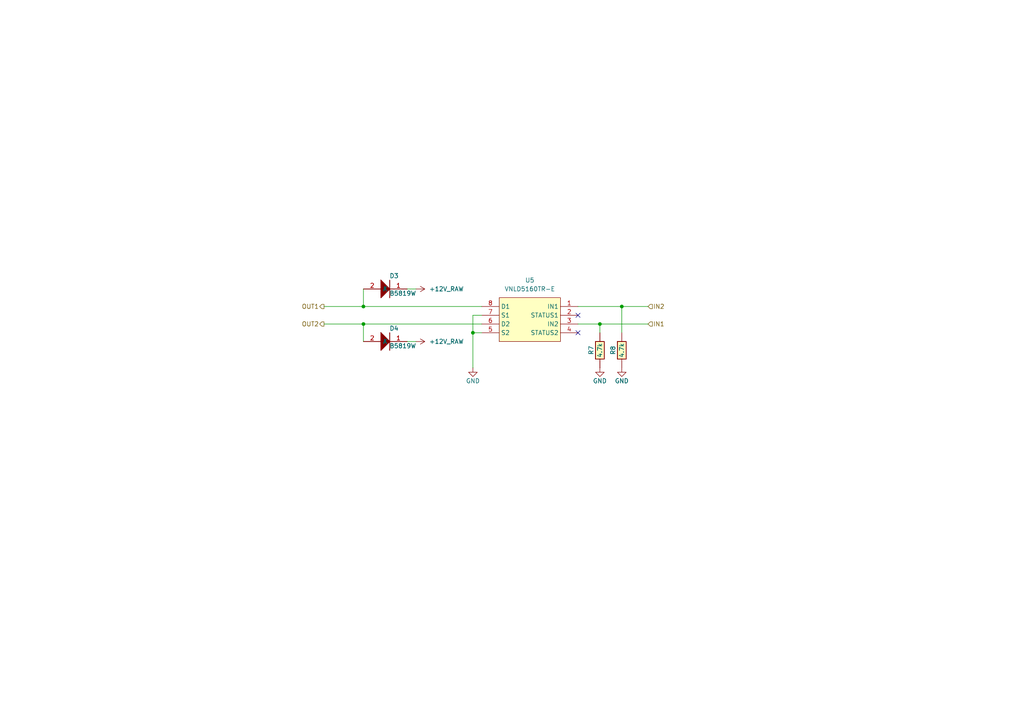
<source format=kicad_sch>
(kicad_sch (version 20231120) (generator "eeschema") (generator_version "8.0")
  (paper "A4")
  (lib_symbols
    (symbol "chips:VNLD5160"
      (property "Reference" "U" (at 6.35 3.81 0))
      (property "Value" "VNLD5160TR-E" (at 12.7 -11.43 0))
      (symbol "VNLD5160_1_1"
        (rectangle (start 5.08 2.54) (end 22.86 -10.16) (fill (type background)))
        (pin input line (at 0 0 0) (length 5.08) (name "IN1") (number "1"))
        (pin open_collector line (at 0 -2.54 0) (length 5.08) (name "STATUS1") (number "2"))
        (pin input line (at 0 -5.08 0) (length 5.08) (name "IN2") (number "3"))
        (pin open_collector line (at 0 -7.62 0) (length 5.08) (name "STATUS2") (number "4"))
        (pin power_in line (at 27.94 -7.62 180) (length 5.08) (name "S2") (number "5"))
        (pin power_out line (at 27.94 -5.08 180) (length 5.08) (name "D2") (number "6"))
        (pin power_in line (at 27.94 -2.54 180) (length 5.08) (name "S1") (number "7"))
        (pin power_out line (at 27.94 0 180) (length 5.08) (name "D1") (number "8"))
      )
    )
    (symbol "hellen-one-common:+12V_RAW" (power) (pin_names (offset 0))
      (property "Value" "+12V_RAW" (at 0 3.556 0))
      (symbol "+12V_RAW_0_1"
        (polyline (pts (xy -0.762 1.27) (xy 0 2.54)))
        (polyline (pts (xy 0 0) (xy 0 2.54)))
        (polyline (pts (xy 0 2.54) (xy 0.762 1.27)))
      )
      (symbol "+12V_RAW_1_1"
        (pin power_in line (at 0 0 90) (length 0) hide (name "+12V_RAW") (number "1"))
      )
    )
    (symbol "hellen-one-common:1N4148WS"
      (property "Reference" "D" (at 0 2.54 0))
      (property "Value" "1N4148WS" (at 0 -3.81 0))
      (symbol "1N4148WS_1_0"
        (polyline (pts (xy 2.54 2.54) (xy 2.54 -2.54)) (stroke (width 0.254)))
        (polyline (pts (xy 0 -2.54) (xy 2.54 0) (xy 0 2.54) (xy 0 -2.54)) (stroke (width 0.254)) (fill (type outline)))
        (pin passive line (at 7.62 0 180) (length 5.08) (name "K") (number "1"))
        (pin passive line (at -5.08 0 0) (length 5.08) (name "A") (number "2"))
      )
    )
    (symbol "hellen-one-common:Res" (pin_numbers hide)
      (property "Reference" "R" (at 3.81 2.54 0))
      (property "Value" "Res" (at 5.08 -2.54 0))
      (symbol "Res_1_0"
        (rectangle (start 2.54 -1.27) (end 7.62 1.27) (stroke (width 0.254)) (fill (type background)))
        (pin passive line (at 0 0 0) (length 2.54) (name "") (number "1"))
        (pin passive line (at 10.16 0 180) (length 2.54) (name "") (number "2"))
      )
    )
    (symbol "power:GND" (power) (pin_numbers hide) (pin_names (offset 0) hide)
      (property "Value" "GND" (at 0 -3.81 0))
      (symbol "GND_0_1"
        (polyline (pts (xy 0 0) (xy 0 -1.27) (xy 1.27 -1.27) (xy 0 -2.54) (xy -1.27 -1.27) (xy 0 -1.27)))
      )
      (symbol "GND_1_1"
        (pin power_in line (at 0 0 270) (length 0) (name "~") (number "1"))
      )
    )
  )
  (junction (at 105.41 88.9))
  (junction (at 180.34 88.9))
  (junction (at 105.41 93.98))
  (junction (at 173.99 93.98))
  (junction (at 137.16 96.52))
  (no_connect (at 167.64 91.44))
  (no_connect (at 167.64 96.52))
  (wire (pts (xy 167.64 88.9) (xy 180.34 88.9)))
  (wire (pts (xy 120.65 99.06) (xy 118.11 99.06)))
  (wire (pts (xy 137.16 96.52) (xy 137.16 106.68)))
  (wire (pts (xy 167.64 93.98) (xy 173.99 93.98)))
  (wire (pts (xy 105.41 93.98) (xy 139.7 93.98)))
  (wire (pts (xy 180.34 88.9) (xy 187.96 88.9)))
  (wire (pts (xy 137.16 91.44) (xy 139.7 91.44)))
  (wire (pts (xy 173.99 93.98) (xy 187.96 93.98)))
  (wire (pts (xy 105.41 83.82) (xy 105.41 88.9)))
  (wire (pts (xy 120.65 83.82) (xy 118.11 83.82)))
  (wire (pts (xy 173.99 93.98) (xy 173.99 96.52)))
  (wire (pts (xy 93.98 88.9) (xy 105.41 88.9)))
  (wire (pts (xy 93.98 93.98) (xy 105.41 93.98)))
  (wire (pts (xy 137.16 91.44) (xy 137.16 96.52)))
  (wire (pts (xy 180.34 88.9) (xy 180.34 96.52)))
  (wire (pts (xy 137.16 96.52) (xy 139.7 96.52)))
  (wire (pts (xy 105.41 93.98) (xy 105.41 99.06)))
  (wire (pts (xy 105.41 88.9) (xy 139.7 88.9)))
  (hierarchical_label "IN2" (shape input) (at 187.96 88.9 0))
  (hierarchical_label "OUT1" (shape output) (at 93.98 88.9 180))
  (hierarchical_label "IN1" (shape input) (at 187.96 93.98 0))
  (hierarchical_label "OUT2" (shape output) (at 93.98 93.98 180))
  (symbol (lib_id "chips:VNLD5160") (at 167.64 88.9 0) (mirror y) (unit 1)
    (property "Reference" "U5" (at 153.67 81.28 0))
    (property "Value" "VNLD5160TR-E" (at 153.67 83.82 0))
    (property "Footprint" "Package_SO:SOIC-8_3.9x4.9mm_P1.27mm" (effects (hide yes)))
    (property "LCSC" "C377942" (effects (hide yes)))
    (instances (project "EP91Starlet" (path "" (reference "U5") (unit 1)) (path "" (reference "U4") (unit 1))))
  )
  (symbol (lib_id "hellen-one-common:1N4148WS") (at 110.49 99.06 0) (mirror x) (unit 1)
    (property "Reference" "D4" (at 114.3 95.25 0))
    (property "Value" "B5819W" (at 116.84 100.33 0))
    (property "Footprint" "footprints:SOD-123" (effects (hide yes)))
    (property "LCSC" "C8598" (effects (hide yes)))
    (instances (project "EP91Starlet" (path "" (reference "D4") (unit 1)) (path "" (reference "D2") (unit 1))))
  )
  (symbol (lib_id "hellen-one-common:+12V_RAW") (at 120.65 83.82 270) (mirror x) (unit 1)
    (property "Reference" "#PWR12" (effects (hide yes)))
    (property "Value" "+12V_RAW" (at 124.46 83.82 90) (effects (justify left)))
    (instances (project "EP91Starlet" (path "" (reference "#PWR12") (unit 1)) (path "" (reference "#PWR7") (unit 1))))
  )
  (symbol (lib_id "power:GND") (at 137.16 106.68 0) (mirror y) (unit 1)
    (property "Reference" "#PWR14" (effects (hide yes)))
    (property "Value" "GND" (at 137.16 110.49 0))
    (property "Description" "Power symbol creates a global label with name \"GND\" , ground" (effects (hide yes)))
    (instances (project "EP91Starlet" (path "" (reference "#PWR14") (unit 1)) (path "" (reference "#PWR9") (unit 1))))
  )
  (symbol (lib_id "hellen-one-common:Res") (at 180.34 106.68 90) (unit 1)
    (property "Reference" "R8" (at 177.8 101.6 0))
    (property "Value" "4.7k" (at 180.34 101.6 0))
    (property "Footprint" "footprints:R0603" (effects (hide yes)))
    (property "LCSC" "C23162" (effects (hide yes)))
    (instances (project "EP91Starlet" (path "" (reference "R8") (unit 1)) (path "" (reference "R6") (unit 1))))
  )
  (symbol (lib_id "hellen-one-common:Res") (at 173.99 106.68 90) (unit 1)
    (property "Reference" "R7" (at 171.45 101.6 0))
    (property "Value" "4.7k" (at 173.99 101.6 0))
    (property "Footprint" "footprints:R0603" (effects (hide yes)))
    (property "LCSC" "C23162" (effects (hide yes)))
    (instances (project "EP91Starlet" (path "" (reference "R7") (unit 1)) (path "" (reference "R5") (unit 1))))
  )
  (symbol (lib_id "power:GND") (at 180.34 106.68 0) (mirror y) (unit 1)
    (property "Reference" "#PWR16" (effects (hide yes)))
    (property "Value" "GND" (at 180.34 110.49 0))
    (property "Description" "Power symbol creates a global label with name \"GND\" , ground" (effects (hide yes)))
    (instances (project "EP91Starlet" (path "" (reference "#PWR16") (unit 1)) (path "" (reference "#PWR11") (unit 1))))
  )
  (symbol (lib_id "hellen-one-common:1N4148WS") (at 110.49 83.82 0) (mirror x) (unit 1)
    (property "Reference" "D3" (at 114.3 80.01 0))
    (property "Value" "B5819W" (at 116.84 85.09 0))
    (property "Footprint" "footprints:SOD-123" (effects (hide yes)))
    (property "LCSC" "C8598" (effects (hide yes)))
    (instances (project "EP91Starlet" (path "" (reference "D3") (unit 1)) (path "" (reference "D1") (unit 1))))
  )
  (symbol (lib_id "hellen-one-common:+12V_RAW") (at 120.65 99.06 270) (mirror x) (unit 1)
    (property "Reference" "#PWR13" (effects (hide yes)))
    (property "Value" "+12V_RAW" (at 124.46 99.06 90) (effects (justify left)))
    (instances (project "EP91Starlet" (path "" (reference "#PWR13") (unit 1)) (path "" (reference "#PWR8") (unit 1))))
  )
  (symbol (lib_id "power:GND") (at 173.99 106.68 0) (mirror y) (unit 1)
    (property "Reference" "#PWR15" (effects (hide yes)))
    (property "Value" "GND" (at 173.99 110.49 0))
    (property "Description" "Power symbol creates a global label with name \"GND\" , ground" (effects (hide yes)))
    (instances (project "EP91Starlet" (path "" (reference "#PWR15") (unit 1)) (path "" (reference "#PWR10") (unit 1))))
  )
)
</source>
